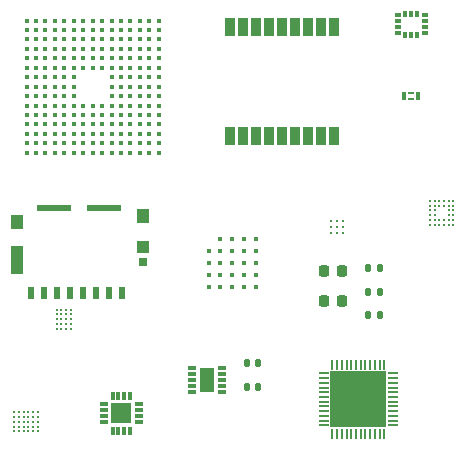
<source format=gbr>
%TF.GenerationSoftware,KiCad,Pcbnew,7.0.9*%
%TF.CreationDate,2023-12-12T21:37:17+00:00*%
%TF.ProjectId,watch_main,77617463-685f-46d6-9169-6e2e6b696361,rev?*%
%TF.SameCoordinates,Original*%
%TF.FileFunction,Soldermask,Top*%
%TF.FilePolarity,Negative*%
%FSLAX46Y46*%
G04 Gerber Fmt 4.6, Leading zero omitted, Abs format (unit mm)*
G04 Created by KiCad (PCBNEW 7.0.9) date 2023-12-12 21:37:17*
%MOMM*%
%LPD*%
G01*
G04 APERTURE LIST*
G04 Aperture macros list*
%AMRoundRect*
0 Rectangle with rounded corners*
0 $1 Rounding radius*
0 $2 $3 $4 $5 $6 $7 $8 $9 X,Y pos of 4 corners*
0 Add a 4 corners polygon primitive as box body*
4,1,4,$2,$3,$4,$5,$6,$7,$8,$9,$2,$3,0*
0 Add four circle primitives for the rounded corners*
1,1,$1+$1,$2,$3*
1,1,$1+$1,$4,$5*
1,1,$1+$1,$6,$7*
1,1,$1+$1,$8,$9*
0 Add four rect primitives between the rounded corners*
20,1,$1+$1,$2,$3,$4,$5,0*
20,1,$1+$1,$4,$5,$6,$7,0*
20,1,$1+$1,$6,$7,$8,$9,0*
20,1,$1+$1,$8,$9,$2,$3,0*%
G04 Aperture macros list end*
%ADD10R,0.533400X0.304800*%
%ADD11R,0.304800X0.533400*%
%ADD12R,0.500000X1.000000*%
%ADD13R,0.720000X0.780000*%
%ADD14R,1.050000X1.080000*%
%ADD15R,1.050000X1.200000*%
%ADD16R,1.050000X2.390000*%
%ADD17R,2.910000X0.550000*%
%ADD18C,0.250000*%
%ADD19R,0.800000X0.300000*%
%ADD20R,0.300000X0.800000*%
%ADD21R,1.760000X1.760000*%
%ADD22R,0.900000X1.600000*%
%ADD23R,0.350000X0.800000*%
%ADD24R,0.600000X0.260000*%
%ADD25C,0.406400*%
%ADD26RoundRect,0.135000X-0.135000X-0.185000X0.135000X-0.185000X0.135000X0.185000X-0.135000X0.185000X0*%
%ADD27R,1.300000X2.100000*%
%ADD28C,0.370000*%
%ADD29R,0.850000X0.200000*%
%ADD30R,0.200000X0.850000*%
%ADD31R,4.700000X4.700000*%
%ADD32C,0.306000*%
%ADD33RoundRect,0.140000X-0.140000X-0.170000X0.140000X-0.170000X0.140000X0.170000X-0.140000X0.170000X0*%
%ADD34RoundRect,0.225000X-0.225000X-0.250000X0.225000X-0.250000X0.225000X0.250000X-0.225000X0.250000X0*%
G04 APERTURE END LIST*
D10*
%TO.C,U1301*%
X182909300Y-67985411D03*
X182909300Y-68485537D03*
X182909300Y-68985663D03*
X182909300Y-69485789D03*
D11*
X183539474Y-69624600D03*
X184039600Y-69624600D03*
X184539726Y-69624600D03*
D10*
X185169900Y-69485789D03*
X185169900Y-68985663D03*
X185169900Y-68485537D03*
X185169900Y-67985411D03*
D11*
X184539726Y-67846600D03*
X184039600Y-67846600D03*
X183539474Y-67846600D03*
%TD*%
D12*
%TO.C,J1101*%
X159550000Y-91510000D03*
X158450000Y-91510000D03*
X157350000Y-91510000D03*
X156250000Y-91510000D03*
X155150000Y-91510000D03*
X154050000Y-91510000D03*
X152950000Y-91510000D03*
X151850000Y-91510000D03*
D13*
X161310000Y-88830000D03*
D14*
X161325000Y-87560000D03*
D15*
X161325000Y-84950000D03*
X150675000Y-85520000D03*
D16*
X150675000Y-88705000D03*
D17*
X157986000Y-84275000D03*
X153796000Y-84275000D03*
%TD*%
D18*
%TO.C,IC1201*%
X150400000Y-103200000D03*
X150400000Y-102800000D03*
X150400000Y-102400000D03*
X150400000Y-102000000D03*
X150400000Y-101600000D03*
X150800000Y-103200000D03*
X150800000Y-102800000D03*
X150800000Y-102400000D03*
X150800000Y-102000000D03*
X150800000Y-101600000D03*
X151200000Y-103200000D03*
X151200000Y-102800000D03*
X151200000Y-102400000D03*
X151200000Y-102000000D03*
X151200000Y-101600000D03*
X151600000Y-103200000D03*
X151600000Y-102800000D03*
X151600000Y-102400000D03*
X151600000Y-102000000D03*
X151600000Y-101600000D03*
X152000000Y-103200000D03*
X152000000Y-102800000D03*
X152000000Y-102400000D03*
X152000000Y-102000000D03*
X152000000Y-101600000D03*
X152400000Y-103200000D03*
X152400000Y-102800000D03*
X152400000Y-102400000D03*
X152400000Y-102000000D03*
X152400000Y-101600000D03*
%TD*%
%TO.C,IC1002*%
X154000000Y-92900000D03*
X154400000Y-92900000D03*
X154800000Y-92900000D03*
X155200000Y-92900000D03*
X154000000Y-93300000D03*
X154400000Y-93300000D03*
X154800000Y-93300000D03*
X155200000Y-93300000D03*
X154000000Y-93700000D03*
X154400000Y-93700000D03*
X154800000Y-93700000D03*
X155200000Y-93700000D03*
X154000000Y-94100000D03*
X154400000Y-94100000D03*
X154800000Y-94100000D03*
X155200000Y-94100000D03*
X154000000Y-94500000D03*
X154400000Y-94500000D03*
X154800000Y-94500000D03*
X155200000Y-94500000D03*
%TD*%
D19*
%TO.C,IC901*%
X157985000Y-100925000D03*
X157985000Y-101425000D03*
X157985000Y-101925000D03*
X157985000Y-102425000D03*
D20*
X158735000Y-103175000D03*
X159235000Y-103175000D03*
X159735000Y-103175000D03*
X160235000Y-103175000D03*
D19*
X160985000Y-102425000D03*
X160985000Y-101925000D03*
X160985000Y-101425000D03*
X160985000Y-100925000D03*
D20*
X160235000Y-100175000D03*
X159735000Y-100175000D03*
X159235000Y-100175000D03*
X158735000Y-100175000D03*
D21*
X159485000Y-101675000D03*
%TD*%
D22*
%TO.C,IC401*%
X168660000Y-78160000D03*
X169760000Y-78160000D03*
X170860000Y-78160000D03*
X171960000Y-78160000D03*
X173060000Y-78160000D03*
X174160000Y-78160000D03*
X175260000Y-78160000D03*
X176360000Y-78160000D03*
X177460000Y-78160000D03*
X177460000Y-68960000D03*
X176360000Y-68960000D03*
X175260000Y-68960000D03*
X174160000Y-68960000D03*
X173060000Y-68960000D03*
X171960000Y-68960000D03*
X170860000Y-68960000D03*
X169760000Y-68960000D03*
X168660000Y-68960000D03*
%TD*%
D23*
%TO.C,ANT1601*%
X183385000Y-74810000D03*
D24*
X184010000Y-75063000D03*
D23*
X184635000Y-74810000D03*
D24*
X184010000Y-74557000D03*
%TD*%
D18*
%TO.C,IC201*%
X185600000Y-85700000D03*
X185600000Y-85300000D03*
X185600000Y-84900000D03*
X185600000Y-84500000D03*
X185600000Y-84100000D03*
X185600000Y-83700000D03*
X186000000Y-85700000D03*
X186000000Y-85300000D03*
X186000000Y-84900000D03*
X186000000Y-84500000D03*
X186000000Y-84100000D03*
X186000000Y-83700000D03*
X186400000Y-85700000D03*
X186400000Y-85300000D03*
X186400000Y-84100000D03*
X186400000Y-83700000D03*
X186800000Y-85700000D03*
X186800000Y-85300000D03*
X186800000Y-84100000D03*
X186800000Y-83700000D03*
X187200000Y-85700000D03*
X187200000Y-85300000D03*
X187200000Y-84900000D03*
X187200000Y-84500000D03*
X187200000Y-84100000D03*
X187200000Y-83700000D03*
X187600000Y-85700000D03*
X187600000Y-85300000D03*
X187600000Y-84900000D03*
X187600000Y-84500000D03*
X187600000Y-84100000D03*
X187600000Y-83700000D03*
%TD*%
D25*
%TO.C,U801*%
X151458801Y-68418801D03*
X152258801Y-68418801D03*
X153058800Y-68418801D03*
X153858800Y-68418801D03*
X154658800Y-68418801D03*
X155458800Y-68418801D03*
X156258800Y-68418801D03*
X157058800Y-68418801D03*
X157858800Y-68418801D03*
X158658800Y-68418801D03*
X159458800Y-68418801D03*
X160258800Y-68418801D03*
X161058800Y-68418801D03*
X161858799Y-68418801D03*
X162658799Y-68418801D03*
X151458801Y-69218801D03*
X152258801Y-69218801D03*
X153058800Y-69218801D03*
X153858800Y-69218801D03*
X154658800Y-69218801D03*
X155458800Y-69218801D03*
X156258800Y-69218801D03*
X157058800Y-69218801D03*
X157858800Y-69218801D03*
X158658800Y-69218801D03*
X159458800Y-69218801D03*
X160258800Y-69218801D03*
X161058800Y-69218801D03*
X161858799Y-69218801D03*
X162658799Y-69218801D03*
X151458801Y-70018800D03*
X152258801Y-70018800D03*
X153058800Y-70018800D03*
X153858800Y-70018800D03*
X154658800Y-70018800D03*
X155458800Y-70018800D03*
X156258800Y-70018800D03*
X157058800Y-70018800D03*
X157858800Y-70018800D03*
X158658800Y-70018800D03*
X159458800Y-70018800D03*
X160258800Y-70018800D03*
X161058800Y-70018800D03*
X161858799Y-70018800D03*
X162658799Y-70018800D03*
X151458801Y-70818800D03*
X152258801Y-70818800D03*
X153058800Y-70818800D03*
X153858800Y-70818800D03*
X154658800Y-70818800D03*
X155458800Y-70818800D03*
X156258800Y-70818800D03*
X157058800Y-70818800D03*
X157858800Y-70818800D03*
X158658800Y-70818800D03*
X159458800Y-70818800D03*
X160258800Y-70818800D03*
X161058800Y-70818800D03*
X161858799Y-70818800D03*
X162658799Y-70818800D03*
X151458801Y-71618800D03*
X152258801Y-71618800D03*
X153058800Y-71618800D03*
X153858800Y-71618800D03*
X154658800Y-71618800D03*
X155458800Y-71618800D03*
X156258800Y-71618800D03*
X157058800Y-71618800D03*
X157858800Y-71618800D03*
X158658800Y-71618800D03*
X159458800Y-71618800D03*
X160258800Y-71618800D03*
X161058800Y-71618800D03*
X161858799Y-71618800D03*
X162658799Y-71618800D03*
X151458801Y-72418800D03*
X152258801Y-72418800D03*
X153058800Y-72418800D03*
X153858800Y-72418800D03*
X154658800Y-72418800D03*
X155458800Y-72418800D03*
X156258800Y-72418800D03*
X157058800Y-72418800D03*
X157858800Y-72418800D03*
X158658800Y-72418800D03*
X159458800Y-72418800D03*
X160258800Y-72418800D03*
X161058800Y-72418800D03*
X161858799Y-72418800D03*
X162658799Y-72418800D03*
X151458801Y-73218800D03*
X152258801Y-73218800D03*
X153058800Y-73218800D03*
X153858800Y-73218800D03*
X154658800Y-73218800D03*
X155458800Y-73218800D03*
X158658800Y-73218800D03*
X159458800Y-73218800D03*
X160258800Y-73218800D03*
X161058800Y-73218800D03*
X161858799Y-73218800D03*
X162658799Y-73218800D03*
X151458801Y-74018800D03*
X152258801Y-74018800D03*
X153058800Y-74018800D03*
X153858800Y-74018800D03*
X154658800Y-74018800D03*
X155458800Y-74018800D03*
X158658800Y-74018800D03*
X159458800Y-74018800D03*
X160258800Y-74018800D03*
X161058800Y-74018800D03*
X161858799Y-74018800D03*
X162658799Y-74018800D03*
X151458801Y-74818800D03*
X152258801Y-74818800D03*
X153058800Y-74818800D03*
X153858800Y-74818800D03*
X154658800Y-74818800D03*
X155458800Y-74818800D03*
X158658800Y-74818800D03*
X159458800Y-74818800D03*
X160258800Y-74818800D03*
X161058800Y-74818800D03*
X161858799Y-74818800D03*
X162658799Y-74818800D03*
X151458801Y-75618800D03*
X152258801Y-75618800D03*
X153058800Y-75618800D03*
X153858800Y-75618800D03*
X154658800Y-75618800D03*
X155458800Y-75618800D03*
X156258800Y-75618800D03*
X157058800Y-75618800D03*
X157858800Y-75618800D03*
X158658800Y-75618800D03*
X159458800Y-75618800D03*
X160258800Y-75618800D03*
X161058800Y-75618800D03*
X161858799Y-75618800D03*
X162658799Y-75618800D03*
X151458801Y-76418800D03*
X152258801Y-76418800D03*
X153058800Y-76418800D03*
X153858800Y-76418800D03*
X154658800Y-76418800D03*
X155458800Y-76418800D03*
X156258800Y-76418800D03*
X157058800Y-76418800D03*
X157858800Y-76418800D03*
X158658800Y-76418800D03*
X159458800Y-76418800D03*
X160258800Y-76418800D03*
X161058800Y-76418800D03*
X161858799Y-76418800D03*
X162658799Y-76418800D03*
X151458801Y-77218800D03*
X152258801Y-77218800D03*
X153058800Y-77218800D03*
X153858800Y-77218800D03*
X154658800Y-77218800D03*
X155458800Y-77218800D03*
X156258800Y-77218800D03*
X157058800Y-77218800D03*
X157858800Y-77218800D03*
X158658800Y-77218800D03*
X159458800Y-77218800D03*
X160258800Y-77218800D03*
X161058800Y-77218800D03*
X161858799Y-77218800D03*
X162658799Y-77218800D03*
X151458801Y-78018800D03*
X152258801Y-78018800D03*
X153058800Y-78018800D03*
X153858800Y-78018800D03*
X154658800Y-78018800D03*
X155458800Y-78018800D03*
X156258800Y-78018800D03*
X157058800Y-78018800D03*
X157858800Y-78018800D03*
X158658800Y-78018800D03*
X159458800Y-78018800D03*
X160258800Y-78018800D03*
X161058800Y-78018800D03*
X161858799Y-78018800D03*
X162658799Y-78018800D03*
X151458801Y-78818799D03*
X152258801Y-78818799D03*
X153058800Y-78818799D03*
X153858800Y-78818799D03*
X154658800Y-78818799D03*
X155458800Y-78818799D03*
X156258800Y-78818799D03*
X157058800Y-78818799D03*
X157858800Y-78818799D03*
X158658800Y-78818799D03*
X159458800Y-78818799D03*
X160258800Y-78818799D03*
X161058800Y-78818799D03*
X161858799Y-78818799D03*
X162658799Y-78818799D03*
X151458801Y-79618799D03*
X152258801Y-79618799D03*
X153058800Y-79618799D03*
X153858800Y-79618799D03*
X154658800Y-79618799D03*
X155458800Y-79618799D03*
X156258800Y-79618799D03*
X157058800Y-79618799D03*
X157858800Y-79618799D03*
X158658800Y-79618799D03*
X159458800Y-79618799D03*
X160258800Y-79618799D03*
X161058800Y-79618799D03*
X161858799Y-79618799D03*
X162658799Y-79618799D03*
%TD*%
D26*
%TO.C,R1601*%
X180355000Y-93355000D03*
X181375000Y-93355000D03*
%TD*%
%TO.C,R202*%
X181375000Y-91365000D03*
X180355000Y-91365000D03*
%TD*%
%TO.C,R201*%
X180355000Y-89375000D03*
X181375000Y-89375000D03*
%TD*%
D19*
%TO.C,IC1401*%
X165500000Y-97870000D03*
X165500000Y-98370000D03*
X165500000Y-98870000D03*
X165500000Y-99370000D03*
X165500000Y-99870000D03*
X168000000Y-99870000D03*
X168000000Y-99370000D03*
X168000000Y-98870000D03*
X168000000Y-98370000D03*
X168000000Y-97870000D03*
D27*
X166750000Y-98870000D03*
%TD*%
D28*
%TO.C,IC1001*%
X167875000Y-86945000D03*
X168875000Y-86945000D03*
X169875000Y-86945000D03*
X170875000Y-86945000D03*
X166875000Y-87945000D03*
X167875000Y-87945000D03*
X168875000Y-87945000D03*
X169875000Y-87945000D03*
X170875000Y-87945000D03*
X166875000Y-88945000D03*
X167875000Y-88945000D03*
X168875000Y-88945000D03*
X169875000Y-88945000D03*
X170875000Y-88945000D03*
X166875000Y-89945000D03*
X167875000Y-89945000D03*
X168875000Y-89945000D03*
X169875000Y-89945000D03*
X170875000Y-89945000D03*
X166875000Y-90945000D03*
X167875000Y-90945000D03*
X168875000Y-90945000D03*
X169875000Y-90945000D03*
X170875000Y-90945000D03*
%TD*%
D29*
%TO.C,IC301*%
X176600000Y-98300000D03*
X176600000Y-98700000D03*
X176600000Y-99100000D03*
X176600000Y-99500000D03*
X176600000Y-99900000D03*
X176600000Y-100300000D03*
X176600000Y-100700000D03*
X176600000Y-101100000D03*
X176600000Y-101500000D03*
X176600000Y-101900000D03*
X176600000Y-102300000D03*
X176600000Y-102700000D03*
D30*
X177350000Y-103450000D03*
X177750000Y-103450000D03*
X178150000Y-103450000D03*
X178550000Y-103450000D03*
X178950000Y-103450000D03*
X179350000Y-103450000D03*
X179750000Y-103450000D03*
X180150000Y-103450000D03*
X180550000Y-103450000D03*
X180950000Y-103450000D03*
X181350000Y-103450000D03*
X181750000Y-103450000D03*
D29*
X182500000Y-102700000D03*
X182500000Y-102300000D03*
X182500000Y-101900000D03*
X182500000Y-101500000D03*
X182500000Y-101100000D03*
X182500000Y-100700000D03*
X182500000Y-100300000D03*
X182500000Y-99900000D03*
X182500000Y-99500000D03*
X182500000Y-99100000D03*
X182500000Y-98700000D03*
X182500000Y-98300000D03*
D30*
X181750000Y-97550000D03*
X181350000Y-97550000D03*
X180950000Y-97550000D03*
X180550000Y-97550000D03*
X180150000Y-97550000D03*
X179750000Y-97550000D03*
X179350000Y-97550000D03*
X178950000Y-97550000D03*
X178550000Y-97550000D03*
X178150000Y-97550000D03*
X177750000Y-97550000D03*
X177350000Y-97550000D03*
D31*
X179550000Y-100500000D03*
%TD*%
D32*
%TO.C,IC202*%
X178270000Y-86400000D03*
X177770000Y-86400000D03*
X177270000Y-86400000D03*
X178270000Y-85900000D03*
X177770000Y-85900000D03*
X177270000Y-85900000D03*
X178270000Y-85400000D03*
X177770000Y-85400000D03*
X177270000Y-85400000D03*
%TD*%
D33*
%TO.C,C1402*%
X170105000Y-99425000D03*
X171065000Y-99425000D03*
%TD*%
%TO.C,C1401*%
X170105000Y-97455000D03*
X171065000Y-97455000D03*
%TD*%
D34*
%TO.C,C202*%
X176630000Y-92145000D03*
X178180000Y-92145000D03*
%TD*%
%TO.C,C201*%
X176630000Y-89635000D03*
X178180000Y-89635000D03*
%TD*%
M02*

</source>
